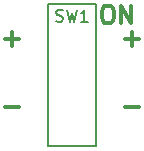
<source format=gto>
G04 #@! TF.FileFunction,Legend,Top*
%FSLAX46Y46*%
G04 Gerber Fmt 4.6, Leading zero omitted, Abs format (unit mm)*
G04 Created by KiCad (PCBNEW 4.0.7) date 04/11/19 21:21:49*
%MOMM*%
%LPD*%
G01*
G04 APERTURE LIST*
%ADD10C,0.100000*%
%ADD11C,0.300000*%
%ADD12C,0.200000*%
%ADD13C,0.150000*%
G04 APERTURE END LIST*
D10*
D11*
X150201428Y-100778571D02*
X150487142Y-100778571D01*
X150630000Y-100850000D01*
X150772857Y-100992857D01*
X150844285Y-101278571D01*
X150844285Y-101778571D01*
X150772857Y-102064286D01*
X150630000Y-102207143D01*
X150487142Y-102278571D01*
X150201428Y-102278571D01*
X150058571Y-102207143D01*
X149915714Y-102064286D01*
X149844285Y-101778571D01*
X149844285Y-101278571D01*
X149915714Y-100992857D01*
X150058571Y-100850000D01*
X150201428Y-100778571D01*
X151487143Y-102278571D02*
X151487143Y-100778571D01*
X152344286Y-102278571D01*
X152344286Y-100778571D01*
X151828572Y-109327143D02*
X152971429Y-109327143D01*
X141668572Y-109327143D02*
X142811429Y-109327143D01*
X151828572Y-103612143D02*
X152971429Y-103612143D01*
X152400000Y-104183571D02*
X152400000Y-103040714D01*
X141668572Y-103612143D02*
X142811429Y-103612143D01*
X142240000Y-104183571D02*
X142240000Y-103040714D01*
D12*
X149320000Y-100680000D02*
X145320000Y-100680000D01*
X145320000Y-100680000D02*
X145320000Y-112680000D01*
X145320000Y-112680000D02*
X149320000Y-112680000D01*
X149320000Y-112680000D02*
X149320000Y-100680000D01*
D13*
X145986667Y-102084762D02*
X146129524Y-102132381D01*
X146367620Y-102132381D01*
X146462858Y-102084762D01*
X146510477Y-102037143D01*
X146558096Y-101941905D01*
X146558096Y-101846667D01*
X146510477Y-101751429D01*
X146462858Y-101703810D01*
X146367620Y-101656190D01*
X146177143Y-101608571D01*
X146081905Y-101560952D01*
X146034286Y-101513333D01*
X145986667Y-101418095D01*
X145986667Y-101322857D01*
X146034286Y-101227619D01*
X146081905Y-101180000D01*
X146177143Y-101132381D01*
X146415239Y-101132381D01*
X146558096Y-101180000D01*
X146891429Y-101132381D02*
X147129524Y-102132381D01*
X147320001Y-101418095D01*
X147510477Y-102132381D01*
X147748572Y-101132381D01*
X148653334Y-102132381D02*
X148081905Y-102132381D01*
X148367619Y-102132381D02*
X148367619Y-101132381D01*
X148272381Y-101275238D01*
X148177143Y-101370476D01*
X148081905Y-101418095D01*
M02*

</source>
